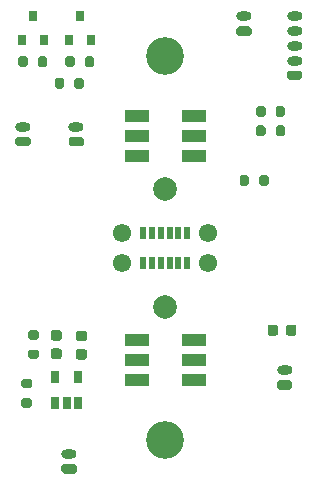
<source format=gbr>
%TF.GenerationSoftware,KiCad,Pcbnew,(5.1.9)-1*%
%TF.CreationDate,2021-05-21T15:12:25+01:00*%
%TF.ProjectId,NosepokeV1.0,4e6f7365-706f-46b6-9556-312e302e6b69,rev?*%
%TF.SameCoordinates,Original*%
%TF.FileFunction,Soldermask,Top*%
%TF.FilePolarity,Negative*%
%FSLAX46Y46*%
G04 Gerber Fmt 4.6, Leading zero omitted, Abs format (unit mm)*
G04 Created by KiCad (PCBNEW (5.1.9)-1) date 2021-05-21 15:12:25*
%MOMM*%
%LPD*%
G01*
G04 APERTURE LIST*
%ADD10R,0.650000X1.060000*%
%ADD11R,0.800000X0.900000*%
%ADD12R,2.000000X1.100000*%
%ADD13C,2.000000*%
%ADD14O,1.300000X0.800000*%
%ADD15C,1.550000*%
%ADD16C,3.200000*%
%ADD17R,0.508000X1.016000*%
G04 APERTURE END LIST*
%TO.C,R6*%
G36*
G01*
X21101500Y-16489000D02*
X21101500Y-17039000D01*
G75*
G02*
X20901500Y-17239000I-200000J0D01*
G01*
X20501500Y-17239000D01*
G75*
G02*
X20301500Y-17039000I0J200000D01*
G01*
X20301500Y-16489000D01*
G75*
G02*
X20501500Y-16289000I200000J0D01*
G01*
X20901500Y-16289000D01*
G75*
G02*
X21101500Y-16489000I0J-200000D01*
G01*
G37*
G36*
G01*
X22751500Y-16489000D02*
X22751500Y-17039000D01*
G75*
G02*
X22551500Y-17239000I-200000J0D01*
G01*
X22151500Y-17239000D01*
G75*
G02*
X21951500Y-17039000I0J200000D01*
G01*
X21951500Y-16489000D01*
G75*
G02*
X22151500Y-16289000I200000J0D01*
G01*
X22551500Y-16289000D01*
G75*
G02*
X22751500Y-16489000I0J-200000D01*
G01*
G37*
%TD*%
D10*
%TO.C,U2*%
X4701500Y-33380500D03*
X6601500Y-33380500D03*
X6601500Y-35580500D03*
X5651500Y-35580500D03*
X4701500Y-35580500D03*
%TD*%
D11*
%TO.C,Q1*%
X1844000Y-4878580D03*
X3744000Y-4878580D03*
X2794000Y-2878580D03*
%TD*%
%TO.C,Q2*%
X5831800Y-4878580D03*
X7731800Y-4878580D03*
X6781800Y-2878580D03*
%TD*%
D12*
%TO.C,D2*%
X16400000Y-11300000D03*
X16400000Y-13000000D03*
X16400000Y-14700000D03*
X11600000Y-14700000D03*
X11600000Y-13000000D03*
X11600000Y-11300000D03*
%TD*%
%TO.C,D1*%
X16400000Y-30300000D03*
X16400000Y-32000000D03*
X16400000Y-33700000D03*
X11600000Y-33700000D03*
X11600000Y-32000000D03*
X11600000Y-30300000D03*
%TD*%
D13*
%TO.C,REF\u002A\u002A*%
X14000000Y-27500000D03*
%TD*%
%TO.C,REF\u002A\u002A*%
X14000000Y-17500000D03*
%TD*%
D14*
%TO.C,J8*%
X24955500Y-2874000D03*
X24955500Y-4124000D03*
X24955500Y-5374000D03*
X24955500Y-6624000D03*
G36*
G01*
X25405500Y-8274000D02*
X24505500Y-8274000D01*
G75*
G02*
X24305500Y-8074000I0J200000D01*
G01*
X24305500Y-7674000D01*
G75*
G02*
X24505500Y-7474000I200000J0D01*
G01*
X25405500Y-7474000D01*
G75*
G02*
X25605500Y-7674000I0J-200000D01*
G01*
X25605500Y-8074000D01*
G75*
G02*
X25405500Y-8274000I-200000J0D01*
G01*
G37*
%TD*%
%TO.C,R5*%
G36*
G01*
X22498500Y-12298000D02*
X22498500Y-12848000D01*
G75*
G02*
X22298500Y-13048000I-200000J0D01*
G01*
X21898500Y-13048000D01*
G75*
G02*
X21698500Y-12848000I0J200000D01*
G01*
X21698500Y-12298000D01*
G75*
G02*
X21898500Y-12098000I200000J0D01*
G01*
X22298500Y-12098000D01*
G75*
G02*
X22498500Y-12298000I0J-200000D01*
G01*
G37*
G36*
G01*
X24148500Y-12298000D02*
X24148500Y-12848000D01*
G75*
G02*
X23948500Y-13048000I-200000J0D01*
G01*
X23548500Y-13048000D01*
G75*
G02*
X23348500Y-12848000I0J200000D01*
G01*
X23348500Y-12298000D01*
G75*
G02*
X23548500Y-12098000I200000J0D01*
G01*
X23948500Y-12098000D01*
G75*
G02*
X24148500Y-12298000I0J-200000D01*
G01*
G37*
%TD*%
%TO.C,R4*%
G36*
G01*
X22498500Y-10647000D02*
X22498500Y-11197000D01*
G75*
G02*
X22298500Y-11397000I-200000J0D01*
G01*
X21898500Y-11397000D01*
G75*
G02*
X21698500Y-11197000I0J200000D01*
G01*
X21698500Y-10647000D01*
G75*
G02*
X21898500Y-10447000I200000J0D01*
G01*
X22298500Y-10447000D01*
G75*
G02*
X22498500Y-10647000I0J-200000D01*
G01*
G37*
G36*
G01*
X24148500Y-10647000D02*
X24148500Y-11197000D01*
G75*
G02*
X23948500Y-11397000I-200000J0D01*
G01*
X23548500Y-11397000D01*
G75*
G02*
X23348500Y-11197000I0J200000D01*
G01*
X23348500Y-10647000D01*
G75*
G02*
X23548500Y-10447000I200000J0D01*
G01*
X23948500Y-10447000D01*
G75*
G02*
X24148500Y-10647000I0J-200000D01*
G01*
G37*
%TD*%
%TO.C,R1*%
G36*
G01*
X2561000Y-34373500D02*
X2011000Y-34373500D01*
G75*
G02*
X1811000Y-34173500I0J200000D01*
G01*
X1811000Y-33773500D01*
G75*
G02*
X2011000Y-33573500I200000J0D01*
G01*
X2561000Y-33573500D01*
G75*
G02*
X2761000Y-33773500I0J-200000D01*
G01*
X2761000Y-34173500D01*
G75*
G02*
X2561000Y-34373500I-200000J0D01*
G01*
G37*
G36*
G01*
X2561000Y-36023500D02*
X2011000Y-36023500D01*
G75*
G02*
X1811000Y-35823500I0J200000D01*
G01*
X1811000Y-35423500D01*
G75*
G02*
X2011000Y-35223500I200000J0D01*
G01*
X2561000Y-35223500D01*
G75*
G02*
X2761000Y-35423500I0J-200000D01*
G01*
X2761000Y-35823500D01*
G75*
G02*
X2561000Y-36023500I-200000J0D01*
G01*
G37*
%TD*%
%TO.C,R3*%
G36*
G01*
X1569000Y-6998380D02*
X1569000Y-6448380D01*
G75*
G02*
X1769000Y-6248380I200000J0D01*
G01*
X2169000Y-6248380D01*
G75*
G02*
X2369000Y-6448380I0J-200000D01*
G01*
X2369000Y-6998380D01*
G75*
G02*
X2169000Y-7198380I-200000J0D01*
G01*
X1769000Y-7198380D01*
G75*
G02*
X1569000Y-6998380I0J200000D01*
G01*
G37*
G36*
G01*
X3219000Y-6998380D02*
X3219000Y-6448380D01*
G75*
G02*
X3419000Y-6248380I200000J0D01*
G01*
X3819000Y-6248380D01*
G75*
G02*
X4019000Y-6448380I0J-200000D01*
G01*
X4019000Y-6998380D01*
G75*
G02*
X3819000Y-7198380I-200000J0D01*
G01*
X3419000Y-7198380D01*
G75*
G02*
X3219000Y-6998380I0J200000D01*
G01*
G37*
%TD*%
%TO.C,R2*%
G36*
G01*
X5556800Y-6998380D02*
X5556800Y-6448380D01*
G75*
G02*
X5756800Y-6248380I200000J0D01*
G01*
X6156800Y-6248380D01*
G75*
G02*
X6356800Y-6448380I0J-200000D01*
G01*
X6356800Y-6998380D01*
G75*
G02*
X6156800Y-7198380I-200000J0D01*
G01*
X5756800Y-7198380D01*
G75*
G02*
X5556800Y-6998380I0J200000D01*
G01*
G37*
G36*
G01*
X7206800Y-6998380D02*
X7206800Y-6448380D01*
G75*
G02*
X7406800Y-6248380I200000J0D01*
G01*
X7806800Y-6248380D01*
G75*
G02*
X8006800Y-6448380I0J-200000D01*
G01*
X8006800Y-6998380D01*
G75*
G02*
X7806800Y-7198380I-200000J0D01*
G01*
X7406800Y-7198380D01*
G75*
G02*
X7206800Y-6998380I0J200000D01*
G01*
G37*
%TD*%
%TO.C,R7*%
G36*
G01*
X4650020Y-8819560D02*
X4650020Y-8269560D01*
G75*
G02*
X4850020Y-8069560I200000J0D01*
G01*
X5250020Y-8069560D01*
G75*
G02*
X5450020Y-8269560I0J-200000D01*
G01*
X5450020Y-8819560D01*
G75*
G02*
X5250020Y-9019560I-200000J0D01*
G01*
X4850020Y-9019560D01*
G75*
G02*
X4650020Y-8819560I0J200000D01*
G01*
G37*
G36*
G01*
X6300020Y-8819560D02*
X6300020Y-8269560D01*
G75*
G02*
X6500020Y-8069560I200000J0D01*
G01*
X6900020Y-8069560D01*
G75*
G02*
X7100020Y-8269560I0J-200000D01*
G01*
X7100020Y-8819560D01*
G75*
G02*
X6900020Y-9019560I-200000J0D01*
G01*
X6500020Y-9019560D01*
G75*
G02*
X6300020Y-8819560I0J200000D01*
G01*
G37*
%TD*%
%TO.C,R8*%
G36*
G01*
X3132500Y-30245500D02*
X2582500Y-30245500D01*
G75*
G02*
X2382500Y-30045500I0J200000D01*
G01*
X2382500Y-29645500D01*
G75*
G02*
X2582500Y-29445500I200000J0D01*
G01*
X3132500Y-29445500D01*
G75*
G02*
X3332500Y-29645500I0J-200000D01*
G01*
X3332500Y-30045500D01*
G75*
G02*
X3132500Y-30245500I-200000J0D01*
G01*
G37*
G36*
G01*
X3132500Y-31895500D02*
X2582500Y-31895500D01*
G75*
G02*
X2382500Y-31695500I0J200000D01*
G01*
X2382500Y-31295500D01*
G75*
G02*
X2582500Y-31095500I200000J0D01*
G01*
X3132500Y-31095500D01*
G75*
G02*
X3332500Y-31295500I0J-200000D01*
G01*
X3332500Y-31695500D01*
G75*
G02*
X3132500Y-31895500I-200000J0D01*
G01*
G37*
%TD*%
D15*
%TO.C,J2*%
X17627600Y-21234400D03*
X17627600Y-23774400D03*
%TD*%
%TO.C,C2*%
G36*
G01*
X5025200Y-30345500D02*
X4525200Y-30345500D01*
G75*
G02*
X4300200Y-30120500I0J225000D01*
G01*
X4300200Y-29670500D01*
G75*
G02*
X4525200Y-29445500I225000J0D01*
G01*
X5025200Y-29445500D01*
G75*
G02*
X5250200Y-29670500I0J-225000D01*
G01*
X5250200Y-30120500D01*
G75*
G02*
X5025200Y-30345500I-225000J0D01*
G01*
G37*
G36*
G01*
X5025200Y-31895500D02*
X4525200Y-31895500D01*
G75*
G02*
X4300200Y-31670500I0J225000D01*
G01*
X4300200Y-31220500D01*
G75*
G02*
X4525200Y-30995500I225000J0D01*
G01*
X5025200Y-30995500D01*
G75*
G02*
X5250200Y-31220500I0J-225000D01*
G01*
X5250200Y-31670500D01*
G75*
G02*
X5025200Y-31895500I-225000J0D01*
G01*
G37*
%TD*%
D16*
%TO.C,Mount1*%
X14000000Y-6250000D03*
%TD*%
%TO.C,Mount2*%
X14000000Y-38750000D03*
%TD*%
%TO.C,J7*%
G36*
G01*
X6927000Y-13887720D02*
X6027000Y-13887720D01*
G75*
G02*
X5827000Y-13687720I0J200000D01*
G01*
X5827000Y-13287720D01*
G75*
G02*
X6027000Y-13087720I200000J0D01*
G01*
X6927000Y-13087720D01*
G75*
G02*
X7127000Y-13287720I0J-200000D01*
G01*
X7127000Y-13687720D01*
G75*
G02*
X6927000Y-13887720I-200000J0D01*
G01*
G37*
D14*
X6477000Y-12237720D03*
%TD*%
%TO.C,J6*%
X20675600Y-2877500D03*
G36*
G01*
X21125600Y-4527500D02*
X20225600Y-4527500D01*
G75*
G02*
X20025600Y-4327500I0J200000D01*
G01*
X20025600Y-3927500D01*
G75*
G02*
X20225600Y-3727500I200000J0D01*
G01*
X21125600Y-3727500D01*
G75*
G02*
X21325600Y-3927500I0J-200000D01*
G01*
X21325600Y-4327500D01*
G75*
G02*
X21125600Y-4527500I-200000J0D01*
G01*
G37*
%TD*%
%TO.C,J5*%
G36*
G01*
X2405800Y-13887720D02*
X1505800Y-13887720D01*
G75*
G02*
X1305800Y-13687720I0J200000D01*
G01*
X1305800Y-13287720D01*
G75*
G02*
X1505800Y-13087720I200000J0D01*
G01*
X2405800Y-13087720D01*
G75*
G02*
X2605800Y-13287720I0J-200000D01*
G01*
X2605800Y-13687720D01*
G75*
G02*
X2405800Y-13887720I-200000J0D01*
G01*
G37*
X1955800Y-12237720D03*
%TD*%
%TO.C,J4*%
X5869940Y-39941500D03*
G36*
G01*
X6319940Y-41591500D02*
X5419940Y-41591500D01*
G75*
G02*
X5219940Y-41391500I0J200000D01*
G01*
X5219940Y-40991500D01*
G75*
G02*
X5419940Y-40791500I200000J0D01*
G01*
X6319940Y-40791500D01*
G75*
G02*
X6519940Y-40991500I0J-200000D01*
G01*
X6519940Y-41391500D01*
G75*
G02*
X6319940Y-41591500I-200000J0D01*
G01*
G37*
%TD*%
%TO.C,J3*%
X24119840Y-32824100D03*
G36*
G01*
X24569840Y-34474100D02*
X23669840Y-34474100D01*
G75*
G02*
X23469840Y-34274100I0J200000D01*
G01*
X23469840Y-33874100D01*
G75*
G02*
X23669840Y-33674100I200000J0D01*
G01*
X24569840Y-33674100D01*
G75*
G02*
X24769840Y-33874100I0J-200000D01*
G01*
X24769840Y-34274100D01*
G75*
G02*
X24569840Y-34474100I-200000J0D01*
G01*
G37*
%TD*%
D17*
%TO.C,U1*%
X15875000Y-21255400D03*
X15124999Y-21255400D03*
X14375001Y-21255400D03*
X13624999Y-21255400D03*
X12875001Y-21255400D03*
X12125000Y-21255400D03*
X12125000Y-23744600D03*
X12875001Y-23744600D03*
X13624999Y-23744600D03*
X14375001Y-23744600D03*
X15124999Y-23744600D03*
X15875000Y-23744600D03*
%TD*%
D15*
%TO.C,J1*%
X10337800Y-21234400D03*
X10337800Y-23774400D03*
%TD*%
%TO.C,C1*%
G36*
G01*
X24216240Y-29701300D02*
X24216240Y-29201300D01*
G75*
G02*
X24441240Y-28976300I225000J0D01*
G01*
X24891240Y-28976300D01*
G75*
G02*
X25116240Y-29201300I0J-225000D01*
G01*
X25116240Y-29701300D01*
G75*
G02*
X24891240Y-29926300I-225000J0D01*
G01*
X24441240Y-29926300D01*
G75*
G02*
X24216240Y-29701300I0J225000D01*
G01*
G37*
G36*
G01*
X22666240Y-29701300D02*
X22666240Y-29201300D01*
G75*
G02*
X22891240Y-28976300I225000J0D01*
G01*
X23341240Y-28976300D01*
G75*
G02*
X23566240Y-29201300I0J-225000D01*
G01*
X23566240Y-29701300D01*
G75*
G02*
X23341240Y-29926300I-225000J0D01*
G01*
X22891240Y-29926300D01*
G75*
G02*
X22666240Y-29701300I0J225000D01*
G01*
G37*
%TD*%
%TO.C,C3*%
G36*
G01*
X7158800Y-30396300D02*
X6658800Y-30396300D01*
G75*
G02*
X6433800Y-30171300I0J225000D01*
G01*
X6433800Y-29721300D01*
G75*
G02*
X6658800Y-29496300I225000J0D01*
G01*
X7158800Y-29496300D01*
G75*
G02*
X7383800Y-29721300I0J-225000D01*
G01*
X7383800Y-30171300D01*
G75*
G02*
X7158800Y-30396300I-225000J0D01*
G01*
G37*
G36*
G01*
X7158800Y-31946300D02*
X6658800Y-31946300D01*
G75*
G02*
X6433800Y-31721300I0J225000D01*
G01*
X6433800Y-31271300D01*
G75*
G02*
X6658800Y-31046300I225000J0D01*
G01*
X7158800Y-31046300D01*
G75*
G02*
X7383800Y-31271300I0J-225000D01*
G01*
X7383800Y-31721300D01*
G75*
G02*
X7158800Y-31946300I-225000J0D01*
G01*
G37*
%TD*%
M02*

</source>
